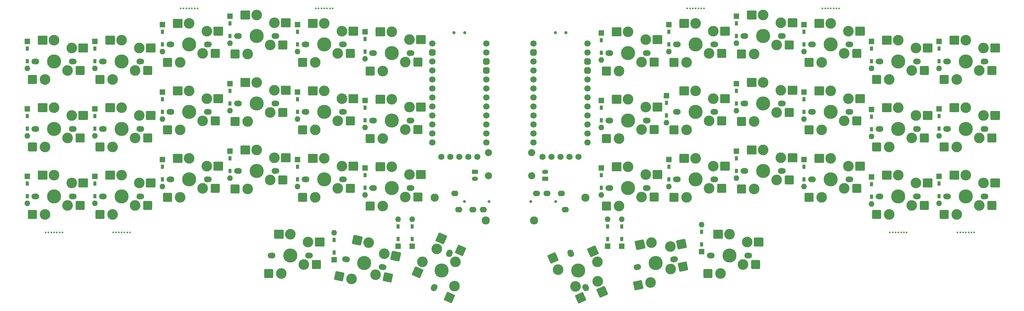
<source format=gbs>
G04 #@! TF.GenerationSoftware,KiCad,Pcbnew,8.0.4*
G04 #@! TF.CreationDate,2025-02-19T18:48:15+13:00*
G04 #@! TF.ProjectId,Corne V4 Pro Micro Edition,436f726e-6520-4563-9420-50726f204d69,4.0.0*
G04 #@! TF.SameCoordinates,Original*
G04 #@! TF.FileFunction,Soldermask,Bot*
G04 #@! TF.FilePolarity,Negative*
%FSLAX46Y46*%
G04 Gerber Fmt 4.6, Leading zero omitted, Abs format (unit mm)*
G04 Created by KiCad (PCBNEW 8.0.4) date 2025-02-19 18:48:15*
%MOMM*%
%LPD*%
G01*
G04 APERTURE LIST*
G04 Aperture macros list*
%AMRoundRect*
0 Rectangle with rounded corners*
0 $1 Rounding radius*
0 $2 $3 $4 $5 $6 $7 $8 $9 X,Y pos of 4 corners*
0 Add a 4 corners polygon primitive as box body*
4,1,4,$2,$3,$4,$5,$6,$7,$8,$9,$2,$3,0*
0 Add four circle primitives for the rounded corners*
1,1,$1+$1,$2,$3*
1,1,$1+$1,$4,$5*
1,1,$1+$1,$6,$7*
1,1,$1+$1,$8,$9*
0 Add four rect primitives between the rounded corners*
20,1,$1+$1,$2,$3,$4,$5,0*
20,1,$1+$1,$4,$5,$6,$7,0*
20,1,$1+$1,$6,$7,$8,$9,0*
20,1,$1+$1,$8,$9,$2,$3,0*%
G04 Aperture macros list end*
%ADD10C,0.500000*%
%ADD11C,1.800000*%
%ADD12RoundRect,0.450000X-0.450000X-0.450000X0.450000X-0.450000X0.450000X0.450000X-0.450000X0.450000X0*%
%ADD13C,2.300000*%
%ADD14C,2.000000*%
%ADD15RoundRect,0.250000X0.625000X-0.350000X0.625000X0.350000X-0.625000X0.350000X-0.625000X-0.350000X0*%
%ADD16O,1.750000X1.200000*%
%ADD17C,0.900000*%
%ADD18C,0.800000*%
%ADD19O,2.000000X1.600000*%
%ADD20C,1.752600*%
%ADD21RoundRect,0.250000X-0.625000X0.350000X-0.625000X-0.350000X0.625000X-0.350000X0.625000X0.350000X0*%
%ADD22C,1.700000*%
%ADD23C,1.750000*%
%ADD24C,3.000000*%
%ADD25C,3.987800*%
%ADD26RoundRect,0.250000X-1.025000X-1.000000X1.025000X-1.000000X1.025000X1.000000X-1.025000X1.000000X0*%
%ADD27RoundRect,0.260000X-1.065000X-1.040000X1.065000X-1.040000X1.065000X1.040000X-1.065000X1.040000X0*%
%ADD28O,1.600000X1.600000*%
%ADD29R,0.950000X1.300000*%
%ADD30R,1.600000X1.600000*%
%ADD31RoundRect,0.250000X-1.209711X-0.766305X0.795937X-1.190424X1.209711X0.766305X-0.795937X1.190424X0*%
%ADD32RoundRect,0.260000X-1.257121X-0.797164X0.826796X-1.237834X1.257121X0.797164X-0.826796X1.237834X0*%
%ADD33RoundRect,0.250000X-1.329338X0.532433X-0.499452X-1.342078X1.329338X-0.532433X0.499452X1.342078X0*%
%ADD34RoundRect,0.260000X-1.382107X0.552816X-0.519835X-1.394846X1.382107X-0.552816X0.519835X1.394846X0*%
%ADD35RoundRect,0.250000X-0.795937X-1.190424X1.209711X-0.766305X0.795937X1.190424X-1.209711X0.766305X0*%
%ADD36RoundRect,0.260000X-0.826796X-1.237834X1.257121X-0.797164X0.826796X1.237834X-1.257121X0.797164X0*%
%ADD37RoundRect,0.250000X0.499452X-1.342078X1.329338X0.532433X-0.499452X1.342078X-1.329338X-0.532433X0*%
%ADD38RoundRect,0.260000X0.519835X-1.394846X1.382107X0.552816X-0.519835X1.394846X-1.382107X-0.552816X0*%
G04 APERTURE END LIST*
D10*
X65897337Y-116661250D03*
X66689004Y-116661250D03*
X67480670Y-116661250D03*
X68272337Y-116661250D03*
X69064004Y-116661250D03*
X69855670Y-116661250D03*
X70647337Y-116661250D03*
X142097337Y-53348750D03*
X142889004Y-53348750D03*
X143680670Y-53348750D03*
X144472337Y-53348750D03*
X145264004Y-53348750D03*
X146055670Y-53348750D03*
X146847337Y-53348750D03*
D11*
X190192337Y-63320000D03*
X190192337Y-65860000D03*
D12*
X190192337Y-68400000D03*
X190192337Y-70940000D03*
D11*
X190192337Y-73480000D03*
X190192337Y-76020000D03*
X190192337Y-78560000D03*
X190192337Y-81100000D03*
X190192337Y-83640000D03*
X190192337Y-86180000D03*
X190192337Y-88720000D03*
X190192337Y-91260000D03*
X174952337Y-63320000D03*
D12*
X174952337Y-65860000D03*
D11*
X174952337Y-68400000D03*
X174952337Y-70940000D03*
X174952337Y-73480000D03*
X174952337Y-76020000D03*
X174952337Y-78560000D03*
X174952337Y-81100000D03*
X174952337Y-83640000D03*
X174952337Y-86180000D03*
X174952337Y-88720000D03*
X174952337Y-91260000D03*
D10*
X246872339Y-53348750D03*
X247664006Y-53348750D03*
X248455672Y-53348750D03*
X249247339Y-53348750D03*
X250039006Y-53348750D03*
X250830672Y-53348750D03*
X251622339Y-53348750D03*
D13*
X218106776Y-106827800D03*
D10*
X84947337Y-116661250D03*
X85739004Y-116661250D03*
X86530670Y-116661250D03*
X87322337Y-116661250D03*
X88114004Y-116661250D03*
X88905670Y-116661250D03*
X89697337Y-116661250D03*
D13*
X203674776Y-113217400D03*
D14*
X202962502Y-94111250D03*
X202962502Y-100611250D03*
D15*
X206769675Y-101500000D03*
D16*
X206769675Y-99500000D03*
D17*
X184072337Y-60210000D03*
X181072337Y-60210000D03*
X212647339Y-60210000D03*
X209647339Y-60210000D03*
D10*
X284972337Y-53348750D03*
X285764004Y-53348750D03*
X286555670Y-53348750D03*
X287347337Y-53348750D03*
X288139004Y-53348750D03*
X288930670Y-53348750D03*
X289722337Y-53348750D03*
D18*
X190992337Y-107876250D03*
X183992337Y-107876250D03*
D19*
X181292337Y-105576250D03*
X182392337Y-110176250D03*
X186392337Y-110176250D03*
X189392337Y-110176250D03*
D18*
X202727339Y-107876250D03*
X209727339Y-107876250D03*
D19*
X212427339Y-110176250D03*
X211327339Y-105576250D03*
X207327339Y-105576250D03*
X204327339Y-105576250D03*
D11*
X218767339Y-63320000D03*
X218767339Y-65860000D03*
D12*
X218767339Y-68400000D03*
X218767339Y-70940000D03*
D11*
X218767339Y-73480000D03*
X218767339Y-76020000D03*
X218767339Y-78560000D03*
X218767339Y-81100000D03*
X218767339Y-83640000D03*
X218767339Y-86180000D03*
X218767339Y-88720000D03*
X218767339Y-91260000D03*
X203527339Y-63320000D03*
D12*
X203527339Y-65860000D03*
D11*
X203527339Y-68400000D03*
X203527339Y-70940000D03*
X203527339Y-73480000D03*
X203527339Y-76020000D03*
X203527339Y-78560000D03*
X203527339Y-81100000D03*
X203527339Y-83640000D03*
X203527339Y-86180000D03*
X203527339Y-88720000D03*
X203527339Y-91260000D03*
D20*
X206067339Y-95300000D03*
X208607339Y-95300000D03*
X211147339Y-95300000D03*
X213687339Y-95300000D03*
X216227339Y-95300000D03*
X177492337Y-95300000D03*
X180032337Y-95300000D03*
X182572337Y-95300000D03*
X185112337Y-95300000D03*
X187652337Y-95300000D03*
D10*
X323072337Y-116661250D03*
X323864004Y-116661250D03*
X324655670Y-116661250D03*
X325447337Y-116661250D03*
X326239004Y-116661250D03*
X327030670Y-116661250D03*
X327822337Y-116661250D03*
D21*
X186950001Y-99500000D03*
D16*
X186950001Y-101500000D03*
D14*
X190757174Y-94111250D03*
X190757174Y-100611250D03*
D10*
X304022337Y-116661250D03*
X304814004Y-116661250D03*
X305605670Y-116661250D03*
X306397337Y-116661250D03*
X307189004Y-116661250D03*
X307980670Y-116661250D03*
X308772337Y-116661250D03*
X103997337Y-53348750D03*
X104789004Y-53348750D03*
X105580670Y-53348750D03*
X106372337Y-53348750D03*
X107164004Y-53348750D03*
X107955670Y-53348750D03*
X108747337Y-53348750D03*
D22*
X158022337Y-65955000D03*
D23*
X158442337Y-65955000D03*
D24*
X160982337Y-71035000D03*
X163522337Y-60005000D03*
D25*
X163522337Y-65955000D03*
D24*
X167332337Y-68495000D03*
X168522337Y-62205000D03*
D23*
X168602337Y-65955000D03*
D22*
X169022337Y-65955000D03*
D26*
X170882337Y-68495000D03*
D27*
X171767337Y-62205000D03*
D26*
X157432337Y-71035000D03*
D27*
X160277337Y-60005000D03*
D28*
X298842339Y-89546250D03*
D29*
X298842339Y-87511250D03*
X298842339Y-83961250D03*
D30*
X298842339Y-81926250D03*
D28*
X60717337Y-70346250D03*
D29*
X60717337Y-68311250D03*
X60717337Y-64761250D03*
D30*
X60717337Y-62726250D03*
D22*
X300897339Y-87386250D03*
D23*
X301317339Y-87386250D03*
D24*
X303857339Y-92466250D03*
X306397339Y-81436250D03*
D25*
X306397339Y-87386250D03*
D24*
X310207339Y-89926250D03*
X311397339Y-83636250D03*
D23*
X311477339Y-87386250D03*
D22*
X311897339Y-87386250D03*
D26*
X313757339Y-89926250D03*
D27*
X314642339Y-83636250D03*
D26*
X300307339Y-92466250D03*
D27*
X303152339Y-81436250D03*
D28*
X79767337Y-89396250D03*
D29*
X79767337Y-87361250D03*
X79767337Y-83811250D03*
D30*
X79767337Y-81776250D03*
D28*
X155967337Y-87015000D03*
D29*
X155967337Y-84980000D03*
X155967337Y-81430000D03*
D30*
X155967337Y-79395000D03*
D22*
X281847339Y-101673750D03*
D23*
X282267339Y-101673750D03*
D24*
X284807339Y-106753750D03*
X287347339Y-95723750D03*
D25*
X287347339Y-101673750D03*
D24*
X291157339Y-104213750D03*
X292347339Y-97923750D03*
D23*
X292427339Y-101673750D03*
D22*
X292847339Y-101673750D03*
D26*
X294707339Y-104213750D03*
D27*
X295592339Y-97923750D03*
D26*
X281257339Y-106753750D03*
D27*
X284102339Y-95723750D03*
D28*
X136917337Y-84633750D03*
D29*
X136917337Y-82598750D03*
X136917337Y-79048750D03*
D30*
X136917337Y-77013750D03*
D22*
X253272339Y-123105000D03*
D23*
X253692339Y-123105000D03*
D24*
X256232339Y-128185000D03*
X258772339Y-117155000D03*
D25*
X258772339Y-123105000D03*
D24*
X262582339Y-125645000D03*
X263772339Y-119355000D03*
D23*
X263852339Y-123105000D03*
D22*
X264272339Y-123105000D03*
D26*
X266132339Y-125645000D03*
D27*
X267017339Y-119355000D03*
D26*
X252682339Y-128185000D03*
D27*
X255527339Y-117155000D03*
D28*
X317892339Y-89396250D03*
D29*
X317892339Y-87361250D03*
X317892339Y-83811250D03*
D30*
X317892339Y-81776250D03*
D22*
X129447337Y-123105000D03*
D23*
X129867337Y-123105000D03*
D24*
X132407337Y-128185000D03*
X134947337Y-117155000D03*
D25*
X134947337Y-123105000D03*
D24*
X138757337Y-125645000D03*
X139947337Y-119355000D03*
D23*
X140027337Y-123105000D03*
D22*
X140447337Y-123105000D03*
D26*
X142307337Y-125645000D03*
D27*
X143192337Y-119355000D03*
D26*
X128857337Y-128185000D03*
D27*
X131702337Y-117155000D03*
D22*
X138972337Y-63573750D03*
D23*
X139392337Y-63573750D03*
D24*
X141932337Y-68653750D03*
X144472337Y-57623750D03*
D25*
X144472337Y-63573750D03*
D24*
X148282337Y-66113750D03*
X149472337Y-59823750D03*
D23*
X149552337Y-63573750D03*
D22*
X149972337Y-63573750D03*
D26*
X151832337Y-66113750D03*
D27*
X152717337Y-59823750D03*
D26*
X138382337Y-68653750D03*
D27*
X141227337Y-57623750D03*
D22*
X262797339Y-99292500D03*
D23*
X263217339Y-99292500D03*
D24*
X265757339Y-104372500D03*
X268297339Y-93342500D03*
D25*
X268297339Y-99292500D03*
D24*
X272107339Y-101832500D03*
X273297339Y-95542500D03*
D23*
X273377339Y-99292500D03*
D22*
X273797339Y-99292500D03*
D26*
X275657339Y-101832500D03*
D27*
X276542339Y-95542500D03*
D26*
X262207339Y-104372500D03*
D27*
X265052339Y-93342500D03*
D28*
X98817337Y-84633750D03*
D29*
X98817337Y-82598750D03*
X98817337Y-79048750D03*
D30*
X98817337Y-77013750D03*
D28*
X60717337Y-89396250D03*
D29*
X60717337Y-87361250D03*
X60717337Y-83811250D03*
D30*
X60717337Y-81776250D03*
D28*
X317892339Y-70346250D03*
D29*
X317892339Y-68311250D03*
X317892339Y-64761250D03*
D30*
X317892339Y-62726250D03*
D28*
X241022339Y-85601250D03*
D29*
X241022339Y-83566250D03*
X241022339Y-80016250D03*
D30*
X241022339Y-77981250D03*
D28*
X79767337Y-108446250D03*
D29*
X79767337Y-106411250D03*
X79767337Y-102861250D03*
D30*
X79767337Y-100826250D03*
D28*
X224419676Y-112890000D03*
D29*
X224419676Y-114925000D03*
X224419676Y-118475000D03*
D30*
X224419676Y-120510000D03*
D22*
X262797339Y-80242500D03*
D23*
X263217339Y-80242500D03*
D24*
X265757339Y-85322500D03*
X268297339Y-74292500D03*
D25*
X268297339Y-80242500D03*
D24*
X272107339Y-82782500D03*
X273297339Y-76492500D03*
D23*
X273377339Y-80242500D03*
D22*
X273797339Y-80242500D03*
D26*
X275657339Y-82782500D03*
D27*
X276542339Y-76492500D03*
D26*
X262207339Y-85322500D03*
D27*
X265052339Y-74292500D03*
D13*
X175612900Y-106827800D03*
D22*
X300897339Y-106436250D03*
D23*
X301317339Y-106436250D03*
D24*
X303857339Y-111516250D03*
X306397339Y-100486250D03*
D25*
X306397339Y-106436250D03*
D24*
X310207339Y-108976250D03*
X311397339Y-102686250D03*
D23*
X311477339Y-106436250D03*
D22*
X311897339Y-106436250D03*
D26*
X313757339Y-108976250D03*
D27*
X314642339Y-102686250D03*
D26*
X300307339Y-111516250D03*
D27*
X303152339Y-100486250D03*
D28*
X260742339Y-63202500D03*
D29*
X260742339Y-61167500D03*
X260742339Y-57617500D03*
D30*
X260742339Y-55582500D03*
D28*
X260742339Y-101302500D03*
D29*
X260742339Y-99267500D03*
X260742339Y-95717500D03*
D30*
X260742339Y-93682500D03*
D22*
X100872337Y-63573750D03*
D23*
X101292337Y-63573750D03*
D24*
X103832337Y-68653750D03*
X106372337Y-57623750D03*
D25*
X106372337Y-63573750D03*
D24*
X110182337Y-66113750D03*
X111372337Y-59823750D03*
D23*
X111452337Y-63573750D03*
D22*
X111872337Y-63573750D03*
D26*
X113732337Y-66113750D03*
D27*
X114617337Y-59823750D03*
D26*
X100282337Y-68653750D03*
D27*
X103127337Y-57623750D03*
D22*
X119922337Y-80242500D03*
D23*
X120342337Y-80242500D03*
D24*
X122882337Y-85322500D03*
X125422337Y-74292500D03*
D25*
X125422337Y-80242500D03*
D24*
X129232337Y-82782500D03*
X130422337Y-76492500D03*
D23*
X130502337Y-80242500D03*
D22*
X130922337Y-80242500D03*
D26*
X132782337Y-82782500D03*
D27*
X133667337Y-76492500D03*
D26*
X119332337Y-85322500D03*
D27*
X122177337Y-74292500D03*
D22*
X100872337Y-82623750D03*
D23*
X101292337Y-82623750D03*
D24*
X103832337Y-87703750D03*
X106372337Y-76673750D03*
D25*
X106372337Y-82623750D03*
D24*
X110182337Y-85163750D03*
X111372337Y-78873750D03*
D23*
X111452337Y-82623750D03*
D22*
X111872337Y-82623750D03*
D26*
X113732337Y-85163750D03*
D27*
X114617337Y-78873750D03*
D26*
X100282337Y-87703750D03*
D27*
X103127337Y-76673750D03*
D22*
X300897339Y-68336250D03*
D23*
X301317339Y-68336250D03*
D24*
X303857339Y-73416250D03*
X306397339Y-62386250D03*
D25*
X306397339Y-68336250D03*
D24*
X310207339Y-70876250D03*
X311397339Y-64586250D03*
D23*
X311477339Y-68336250D03*
D22*
X311897339Y-68336250D03*
D26*
X313757339Y-70876250D03*
D27*
X314642339Y-64586250D03*
D26*
X300307339Y-73416250D03*
D27*
X303152339Y-62386250D03*
D22*
X319947339Y-68336250D03*
D23*
X320367339Y-68336250D03*
D24*
X322907339Y-73416250D03*
X325447339Y-62386250D03*
D25*
X325447339Y-68336250D03*
D24*
X329257339Y-70876250D03*
X330447339Y-64586250D03*
D23*
X330527339Y-68336250D03*
D22*
X330947339Y-68336250D03*
D26*
X332807339Y-70876250D03*
D27*
X333692339Y-64586250D03*
D26*
X319357339Y-73416250D03*
D27*
X322202339Y-62386250D03*
D13*
X190044900Y-113217400D03*
D22*
X150380857Y-124143797D03*
D23*
X150791770Y-124230690D03*
D24*
X152225829Y-129726276D03*
X156992842Y-119460407D03*
D25*
X155761863Y-125281677D03*
D24*
X158963939Y-128554964D03*
X161429514Y-122647245D03*
D23*
X160731956Y-126332664D03*
D22*
X161142869Y-126419557D03*
D31*
X162437134Y-129289414D03*
D32*
X164604308Y-123318595D03*
D31*
X148752634Y-128991827D03*
D32*
X153818047Y-118789057D03*
D22*
X224697339Y-65955000D03*
D23*
X225117339Y-65955000D03*
D24*
X227657339Y-71035000D03*
X230197339Y-60005000D03*
D25*
X230197339Y-65955000D03*
D24*
X234007339Y-68495000D03*
X235197339Y-62205000D03*
D23*
X235277339Y-65955000D03*
D22*
X235697339Y-65955000D03*
D26*
X237557339Y-68495000D03*
D27*
X238442339Y-62205000D03*
D26*
X224107339Y-71035000D03*
D27*
X226952339Y-60005000D03*
D22*
X119922337Y-61192500D03*
D23*
X120342337Y-61192500D03*
D24*
X122882337Y-66272500D03*
X125422337Y-55242500D03*
D25*
X125422337Y-61192500D03*
D24*
X129232337Y-63732500D03*
X130422337Y-57442500D03*
D23*
X130502337Y-61192500D03*
D22*
X130922337Y-61192500D03*
D26*
X132782337Y-63732500D03*
D27*
X133667337Y-57442500D03*
D26*
X119332337Y-66272500D03*
D27*
X122177337Y-55242500D03*
D22*
X243747339Y-82623750D03*
D23*
X244167339Y-82623750D03*
D24*
X246707339Y-87703750D03*
X249247339Y-76673750D03*
D25*
X249247339Y-82623750D03*
D24*
X253057339Y-85163750D03*
X254247339Y-78873750D03*
D23*
X254327339Y-82623750D03*
D22*
X254747339Y-82623750D03*
D26*
X256607339Y-85163750D03*
D27*
X257492339Y-78873750D03*
D26*
X243157339Y-87703750D03*
D27*
X246002339Y-76673750D03*
D22*
X81822337Y-87386250D03*
D23*
X82242337Y-87386250D03*
D24*
X84782337Y-92466250D03*
X87322337Y-81436250D03*
D25*
X87322337Y-87386250D03*
D24*
X91132337Y-89926250D03*
X92322337Y-83636250D03*
D23*
X92402337Y-87386250D03*
D22*
X92822337Y-87386250D03*
D26*
X94682337Y-89926250D03*
D27*
X95567337Y-83636250D03*
D26*
X81232337Y-92466250D03*
D27*
X84077337Y-81436250D03*
D28*
X222642339Y-87015000D03*
D29*
X222642339Y-84980000D03*
X222642339Y-81430000D03*
D30*
X222642339Y-79395000D03*
D28*
X260742339Y-82252500D03*
D29*
X260742339Y-80217500D03*
X260742339Y-76667500D03*
D30*
X260742339Y-74632500D03*
D28*
X165300000Y-112890000D03*
D29*
X165300000Y-114925000D03*
X165300000Y-118475000D03*
D30*
X165300000Y-120510000D03*
D22*
X62772337Y-106436250D03*
D23*
X63192337Y-106436250D03*
D24*
X65732337Y-111516250D03*
X68272337Y-100486250D03*
D25*
X68272337Y-106436250D03*
D24*
X72082337Y-108976250D03*
X73272337Y-102686250D03*
D23*
X73352337Y-106436250D03*
D22*
X73772337Y-106436250D03*
D26*
X75632337Y-108976250D03*
D27*
X76517337Y-102686250D03*
D26*
X62182337Y-111516250D03*
D27*
X65027337Y-100486250D03*
D22*
X224697339Y-85005000D03*
D23*
X225117339Y-85005000D03*
D24*
X227657339Y-90085000D03*
X230197339Y-79055000D03*
D25*
X230197339Y-85005000D03*
D24*
X234007339Y-87545000D03*
X235197339Y-81255000D03*
D23*
X235277339Y-85005000D03*
D22*
X235697339Y-85005000D03*
D26*
X237557339Y-87545000D03*
D27*
X238442339Y-81255000D03*
D26*
X224107339Y-90085000D03*
D27*
X226952339Y-79055000D03*
D22*
X213889451Y-122333539D03*
D23*
X214059476Y-122717585D03*
D24*
X210442597Y-127096647D03*
X221556626Y-124954020D03*
D25*
X216115974Y-127362713D03*
D24*
X215335783Y-131874808D03*
X221569069Y-130416606D03*
D23*
X218172472Y-132007841D03*
D22*
X218342497Y-132391887D03*
D33*
X216772903Y-135120912D03*
D34*
X222882717Y-133383818D03*
D33*
X209005477Y-123850543D03*
D34*
X220242977Y-121986807D03*
D28*
X222642339Y-67965000D03*
D29*
X222642339Y-65930000D03*
X222642339Y-62380000D03*
D30*
X222642339Y-60345000D03*
D28*
X222642339Y-106065000D03*
D29*
X222642339Y-104030000D03*
X222642339Y-100480000D03*
D30*
X222642339Y-98445000D03*
D22*
X138972337Y-101673750D03*
D23*
X139392337Y-101673750D03*
D24*
X141932337Y-106753750D03*
X144472337Y-95723750D03*
D25*
X144472337Y-101673750D03*
D24*
X148282337Y-104213750D03*
X149472337Y-97923750D03*
D23*
X149552337Y-101673750D03*
D22*
X149972337Y-101673750D03*
D26*
X151832337Y-104213750D03*
D27*
X152717337Y-97923750D03*
D26*
X138382337Y-106753750D03*
D27*
X141227337Y-95723750D03*
D28*
X147300000Y-116690000D03*
D29*
X147300000Y-118725000D03*
X147300000Y-122275000D03*
D30*
X147300000Y-124310000D03*
D28*
X250872339Y-114431250D03*
D29*
X250872339Y-116466250D03*
X250872339Y-120016250D03*
D30*
X250872339Y-122051250D03*
D22*
X281847339Y-63573750D03*
D23*
X282267339Y-63573750D03*
D24*
X284807339Y-68653750D03*
X287347339Y-57623750D03*
D25*
X287347339Y-63573750D03*
D24*
X291157339Y-66113750D03*
X292347339Y-59823750D03*
D23*
X292427339Y-63573750D03*
D22*
X292847339Y-63573750D03*
D26*
X294707339Y-66113750D03*
D27*
X295592339Y-59823750D03*
D26*
X281257339Y-68653750D03*
D27*
X284102339Y-57623750D03*
D28*
X136917337Y-65583750D03*
D29*
X136917337Y-63548750D03*
X136917337Y-59998750D03*
D30*
X136917337Y-57963750D03*
D28*
X298842339Y-70346250D03*
D29*
X298842339Y-68311250D03*
X298842339Y-64761250D03*
D30*
X298842339Y-62726250D03*
D28*
X155967337Y-67610000D03*
D29*
X155967337Y-65575000D03*
X155967337Y-62025000D03*
D30*
X155967337Y-59990000D03*
D28*
X241692339Y-103683750D03*
D29*
X241692339Y-101648750D03*
X241692339Y-98098750D03*
D30*
X241692339Y-96063750D03*
D28*
X117867337Y-63202500D03*
D29*
X117867337Y-61167500D03*
X117867337Y-57617500D03*
D30*
X117867337Y-55582500D03*
D22*
X224697339Y-104055000D03*
D23*
X225117339Y-104055000D03*
D24*
X227657339Y-109135000D03*
X230197339Y-98105000D03*
D25*
X230197339Y-104055000D03*
D24*
X234007339Y-106595000D03*
X235197339Y-100305000D03*
D23*
X235277339Y-104055000D03*
D22*
X235697339Y-104055000D03*
D26*
X237557339Y-106595000D03*
D27*
X238442339Y-100305000D03*
D26*
X224107339Y-109135000D03*
D27*
X226952339Y-98105000D03*
D28*
X169300000Y-112890000D03*
D29*
X169300000Y-114925000D03*
X169300000Y-118475000D03*
D30*
X169300000Y-120510000D03*
D28*
X241692339Y-65583750D03*
D29*
X241692339Y-63548750D03*
X241692339Y-59998750D03*
D30*
X241692339Y-57963750D03*
D22*
X232576807Y-126419557D03*
D23*
X232987720Y-126332664D03*
D24*
X236523754Y-130777264D03*
X236726834Y-119460407D03*
D25*
X237957813Y-125281677D03*
D24*
X242210876Y-126978483D03*
X242073810Y-120578373D03*
D23*
X242927906Y-124230690D03*
D22*
X243338819Y-124143797D03*
D35*
X245684071Y-126244033D03*
D36*
X245248601Y-119907024D03*
D35*
X233050559Y-131511714D03*
D36*
X233552040Y-120131756D03*
D28*
X317892339Y-108446250D03*
D29*
X317892339Y-106411250D03*
X317892339Y-102861250D03*
D30*
X317892339Y-100826250D03*
D28*
X298842339Y-108596250D03*
D29*
X298842339Y-106561250D03*
X298842339Y-103011250D03*
D30*
X298842339Y-100976250D03*
D22*
X119922337Y-99292500D03*
D23*
X120342337Y-99292500D03*
D24*
X122882337Y-104372500D03*
X125422337Y-93342500D03*
D25*
X125422337Y-99292500D03*
D24*
X129232337Y-101832500D03*
X130422337Y-95542500D03*
D23*
X130502337Y-99292500D03*
D22*
X130922337Y-99292500D03*
D26*
X132782337Y-101832500D03*
D27*
X133667337Y-95542500D03*
D26*
X119332337Y-104372500D03*
D27*
X122177337Y-93342500D03*
D28*
X79767337Y-70346250D03*
D29*
X79767337Y-68311250D03*
X79767337Y-64761250D03*
D30*
X79767337Y-62726250D03*
D28*
X155967337Y-106065000D03*
D29*
X155967337Y-104030000D03*
X155967337Y-100480000D03*
D30*
X155967337Y-98445000D03*
D28*
X279792339Y-65583750D03*
D29*
X279792339Y-63548750D03*
X279792339Y-59998750D03*
D30*
X279792339Y-57963750D03*
D22*
X319947339Y-106436250D03*
D23*
X320367339Y-106436250D03*
D24*
X322907339Y-111516250D03*
X325447339Y-100486250D03*
D25*
X325447339Y-106436250D03*
D24*
X329257339Y-108976250D03*
X330447339Y-102686250D03*
D23*
X330527339Y-106436250D03*
D22*
X330947339Y-106436250D03*
D26*
X332807339Y-108976250D03*
D27*
X333692339Y-102686250D03*
D26*
X319357339Y-111516250D03*
D27*
X322202339Y-100486250D03*
D28*
X60717337Y-108446250D03*
D29*
X60717337Y-106411250D03*
X60717337Y-102861250D03*
D30*
X60717337Y-100826250D03*
D22*
X100872337Y-101673750D03*
D23*
X101292337Y-101673750D03*
D24*
X103832337Y-106753750D03*
X106372337Y-95723750D03*
D25*
X106372337Y-101673750D03*
D24*
X110182337Y-104213750D03*
X111372337Y-97923750D03*
D23*
X111452337Y-101673750D03*
D22*
X111872337Y-101673750D03*
D26*
X113732337Y-104213750D03*
D27*
X114617337Y-97923750D03*
D26*
X100282337Y-106753750D03*
D27*
X103127337Y-95723750D03*
D22*
X62772337Y-68336250D03*
D23*
X63192337Y-68336250D03*
D24*
X65732337Y-73416250D03*
X68272337Y-62386250D03*
D25*
X68272337Y-68336250D03*
D24*
X72082337Y-70876250D03*
X73272337Y-64586250D03*
D23*
X73352337Y-68336250D03*
D22*
X73772337Y-68336250D03*
D26*
X75632337Y-70876250D03*
D27*
X76517337Y-64586250D03*
D26*
X62182337Y-73416250D03*
D27*
X65027337Y-62386250D03*
D22*
X262797339Y-61192500D03*
D23*
X263217339Y-61192500D03*
D24*
X265757339Y-66272500D03*
X268297339Y-55242500D03*
D25*
X268297339Y-61192500D03*
D24*
X272107339Y-63732500D03*
X273297339Y-57442500D03*
D23*
X273377339Y-61192500D03*
D22*
X273797339Y-61192500D03*
D26*
X275657339Y-63732500D03*
D27*
X276542339Y-57442500D03*
D26*
X262207339Y-66272500D03*
D27*
X265052339Y-55242500D03*
D28*
X279792339Y-84633750D03*
D29*
X279792339Y-82598750D03*
X279792339Y-79048750D03*
D30*
X279792339Y-77013750D03*
D22*
X62772337Y-87386250D03*
D23*
X63192337Y-87386250D03*
D24*
X65732337Y-92466250D03*
X68272337Y-81436250D03*
D25*
X68272337Y-87386250D03*
D24*
X72082337Y-89926250D03*
X73272337Y-83636250D03*
D23*
X73352337Y-87386250D03*
D22*
X73772337Y-87386250D03*
D26*
X75632337Y-89926250D03*
D27*
X76517337Y-83636250D03*
D26*
X62182337Y-92466250D03*
D27*
X65027337Y-81436250D03*
D22*
X81822337Y-68336250D03*
D23*
X82242337Y-68336250D03*
D24*
X84782337Y-73416250D03*
X87322337Y-62386250D03*
D25*
X87322337Y-68336250D03*
D24*
X91132337Y-70876250D03*
X92322337Y-64586250D03*
D23*
X92402337Y-68336250D03*
D22*
X92822337Y-68336250D03*
D26*
X94682337Y-70876250D03*
D27*
X95567337Y-64586250D03*
D26*
X81232337Y-73416250D03*
D27*
X84077337Y-62386250D03*
D28*
X117867337Y-101302500D03*
D29*
X117867337Y-99267500D03*
X117867337Y-95717500D03*
D30*
X117867337Y-93682500D03*
D28*
X279792339Y-103683750D03*
D29*
X279792339Y-101648750D03*
X279792339Y-98098750D03*
D30*
X279792339Y-96063750D03*
D22*
X319947339Y-87386250D03*
D23*
X320367339Y-87386250D03*
D24*
X322907339Y-92466250D03*
X325447339Y-81436250D03*
D25*
X325447339Y-87386250D03*
D24*
X329257339Y-89926250D03*
X330447339Y-83636250D03*
D23*
X330527339Y-87386250D03*
D22*
X330947339Y-87386250D03*
D26*
X332807339Y-89926250D03*
D27*
X333692339Y-83636250D03*
D26*
X319357339Y-92466250D03*
D27*
X322202339Y-81436250D03*
D22*
X281847339Y-82623750D03*
D23*
X282267339Y-82623750D03*
D24*
X284807339Y-87703750D03*
X287347339Y-76673750D03*
D25*
X287347339Y-82623750D03*
D24*
X291157339Y-85163750D03*
X292347339Y-78873750D03*
D23*
X292427339Y-82623750D03*
D22*
X292847339Y-82623750D03*
D26*
X294707339Y-85163750D03*
D27*
X295592339Y-78873750D03*
D26*
X281257339Y-87703750D03*
D27*
X284102339Y-76673750D03*
D22*
X81822337Y-106436250D03*
D23*
X82242337Y-106436250D03*
D24*
X84782337Y-111516250D03*
X87322337Y-100486250D03*
D25*
X87322337Y-106436250D03*
D24*
X91132337Y-108976250D03*
X92322337Y-102686250D03*
D23*
X92402337Y-106436250D03*
D22*
X92822337Y-106436250D03*
D26*
X94682337Y-108976250D03*
D27*
X95567337Y-102686250D03*
D26*
X81232337Y-111516250D03*
D27*
X84077337Y-100486250D03*
D28*
X98817337Y-103683750D03*
D29*
X98817337Y-101648750D03*
X98817337Y-98098750D03*
D30*
X98817337Y-96063750D03*
D28*
X136917337Y-103683750D03*
D29*
X136917337Y-101648750D03*
X136917337Y-98098750D03*
D30*
X136917337Y-96063750D03*
D22*
X175377179Y-132391887D03*
D23*
X175547204Y-132007841D03*
D24*
X181220581Y-131741775D03*
X172163050Y-124954020D03*
D25*
X177603702Y-127362713D03*
D24*
X181468640Y-124907116D03*
X176198832Y-121272652D03*
D23*
X179660200Y-122717585D03*
D22*
X179830225Y-122333539D03*
D37*
X182905759Y-121661012D03*
D38*
X177512480Y-118305439D03*
D37*
X179783462Y-134987878D03*
D38*
X170849401Y-127921232D03*
D22*
X243747339Y-63573750D03*
D23*
X244167339Y-63573750D03*
D24*
X246707339Y-68653750D03*
X249247339Y-57623750D03*
D25*
X249247339Y-63573750D03*
D24*
X253057339Y-66113750D03*
X254247339Y-59823750D03*
D23*
X254327339Y-63573750D03*
D22*
X254747339Y-63573750D03*
D26*
X256607339Y-66113750D03*
D27*
X257492339Y-59823750D03*
D26*
X243157339Y-68653750D03*
D27*
X246002339Y-57623750D03*
D22*
X158022337Y-104055000D03*
D23*
X158442337Y-104055000D03*
D24*
X160982337Y-109135000D03*
X163522337Y-98105000D03*
D25*
X163522337Y-104055000D03*
D24*
X167332337Y-106595000D03*
X168522337Y-100305000D03*
D23*
X168602337Y-104055000D03*
D22*
X169022337Y-104055000D03*
D26*
X170882337Y-106595000D03*
D27*
X171767337Y-100305000D03*
D26*
X157432337Y-109135000D03*
D27*
X160277337Y-98105000D03*
D22*
X138972337Y-82623750D03*
D23*
X139392337Y-82623750D03*
D24*
X141932337Y-87703750D03*
X144472337Y-76673750D03*
D25*
X144472337Y-82623750D03*
D24*
X148282337Y-85163750D03*
X149472337Y-78873750D03*
D23*
X149552337Y-82623750D03*
D22*
X149972337Y-82623750D03*
D26*
X151832337Y-85163750D03*
D27*
X152717337Y-78873750D03*
D26*
X138382337Y-87703750D03*
D27*
X141227337Y-76673750D03*
D22*
X158022337Y-85005000D03*
D23*
X158442337Y-85005000D03*
D24*
X160982337Y-90085000D03*
X163522337Y-79055000D03*
D25*
X163522337Y-85005000D03*
D24*
X167332337Y-87545000D03*
X168522337Y-81255000D03*
D23*
X168602337Y-85005000D03*
D22*
X169022337Y-85005000D03*
D26*
X170882337Y-87545000D03*
D27*
X171767337Y-81255000D03*
D26*
X157432337Y-90085000D03*
D27*
X160277337Y-79055000D03*
D28*
X228419676Y-112890000D03*
D29*
X228419676Y-114925000D03*
X228419676Y-118475000D03*
D30*
X228419676Y-120510000D03*
D28*
X98817337Y-65583750D03*
D29*
X98817337Y-63548750D03*
X98817337Y-59998750D03*
D30*
X98817337Y-57963750D03*
D28*
X117867337Y-82252500D03*
D29*
X117867337Y-80217500D03*
X117867337Y-76667500D03*
D30*
X117867337Y-74632500D03*
D22*
X243747339Y-101673750D03*
D23*
X244167339Y-101673750D03*
D24*
X246707339Y-106753750D03*
X249247339Y-95723750D03*
D25*
X249247339Y-101673750D03*
D24*
X253057339Y-104213750D03*
X254247339Y-97923750D03*
D23*
X254327339Y-101673750D03*
D22*
X254747339Y-101673750D03*
D26*
X256607339Y-104213750D03*
D27*
X257492339Y-97923750D03*
D26*
X243157339Y-106753750D03*
D27*
X246002339Y-95723750D03*
M02*

</source>
